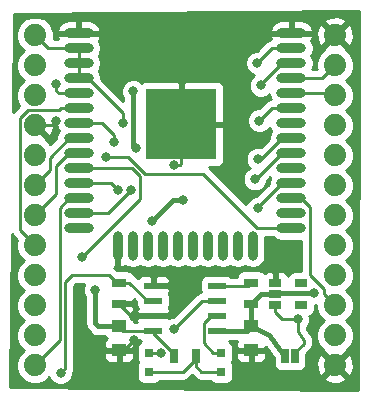
<source format=gbr>
G04 #@! TF.GenerationSoftware,KiCad,Pcbnew,(5.0.2)-1*
G04 #@! TF.CreationDate,2019-10-09T16:14:47+02:00*
G04 #@! TF.ProjectId,esp32-lifepo4,65737033-322d-46c6-9966-65706f342e6b,rev?*
G04 #@! TF.SameCoordinates,Original*
G04 #@! TF.FileFunction,Copper,L1,Top*
G04 #@! TF.FilePolarity,Positive*
%FSLAX46Y46*%
G04 Gerber Fmt 4.6, Leading zero omitted, Abs format (unit mm)*
G04 Created by KiCad (PCBNEW (5.0.2)-1) date 09/10/2019 16:14:47*
%MOMM*%
%LPD*%
G01*
G04 APERTURE LIST*
G04 #@! TA.AperFunction,SMDPad,CuDef*
%ADD10R,1.250000X1.000000*%
G04 #@! TD*
G04 #@! TA.AperFunction,SMDPad,CuDef*
%ADD11R,0.800000X0.800000*%
G04 #@! TD*
G04 #@! TA.AperFunction,ComponentPad*
%ADD12C,1.879600*%
G04 #@! TD*
G04 #@! TA.AperFunction,SMDPad,CuDef*
%ADD13R,0.635000X1.270000*%
G04 #@! TD*
G04 #@! TA.AperFunction,SMDPad,CuDef*
%ADD14R,0.797560X1.198880*%
G04 #@! TD*
G04 #@! TA.AperFunction,SMDPad,CuDef*
%ADD15R,1.198880X0.797560*%
G04 #@! TD*
G04 #@! TA.AperFunction,SMDPad,CuDef*
%ADD16O,2.500000X0.900000*%
G04 #@! TD*
G04 #@! TA.AperFunction,SMDPad,CuDef*
%ADD17O,0.900000X2.500000*%
G04 #@! TD*
G04 #@! TA.AperFunction,SMDPad,CuDef*
%ADD18R,6.000000X6.000000*%
G04 #@! TD*
G04 #@! TA.AperFunction,SMDPad,CuDef*
%ADD19R,1.550000X0.600000*%
G04 #@! TD*
G04 #@! TA.AperFunction,SMDPad,CuDef*
%ADD20R,1.060000X0.650000*%
G04 #@! TD*
G04 #@! TA.AperFunction,ViaPad*
%ADD21C,0.800000*%
G04 #@! TD*
G04 #@! TA.AperFunction,Conductor*
%ADD22C,0.250000*%
G04 #@! TD*
G04 #@! TA.AperFunction,Conductor*
%ADD23C,0.400000*%
G04 #@! TD*
G04 #@! TA.AperFunction,Conductor*
%ADD24C,0.254000*%
G04 #@! TD*
G04 APERTURE END LIST*
D10*
G04 #@! TO.P,C1,1*
G04 #@! TO.N,GND*
X151892000Y-97774000D03*
G04 #@! TO.P,C1,2*
G04 #@! TO.N,VIN*
X151892000Y-95774000D03*
G04 #@! TD*
G04 #@! TO.P,C2,2*
G04 #@! TO.N,BAT+*
X163068000Y-95774000D03*
G04 #@! TO.P,C2,1*
G04 #@! TO.N,GND*
X163068000Y-97774000D03*
G04 #@! TD*
D11*
G04 #@! TO.P,D2,1*
G04 #@! TO.N,Net-(D2-Pad1)*
X160528000Y-98006000D03*
G04 #@! TO.P,D2,2*
G04 #@! TO.N,Net-(D2-Pad2)*
X160528000Y-99606000D03*
G04 #@! TD*
G04 #@! TO.P,D3,2*
G04 #@! TO.N,Net-(D2-Pad2)*
X154432000Y-99606000D03*
G04 #@! TO.P,D3,1*
G04 #@! TO.N,Net-(D3-Pad1)*
X154432000Y-98006000D03*
G04 #@! TD*
D12*
G04 #@! TO.P,J1,1*
G04 #@! TO.N,3V3*
X144780000Y-71120000D03*
G04 #@! TO.P,J1,2*
G04 #@! TO.N,VIN*
X144780000Y-73660000D03*
G04 #@! TO.P,J1,3*
G04 #@! TO.N,BAT+*
X144780000Y-76200000D03*
G04 #@! TO.P,J1,4*
G04 #@! TO.N,GND*
X144780000Y-78740000D03*
G04 #@! TO.P,J1,5*
G04 #@! TO.N,BOOT*
X144780000Y-81280000D03*
G04 #@! TO.P,J1,6*
G04 #@! TO.N,IO32*
X144780000Y-83820000D03*
G04 #@! TO.P,J1,7*
G04 #@! TO.N,IO33*
X144780000Y-86360000D03*
G04 #@! TO.P,J1,8*
G04 #@! TO.N,IO34*
X144780000Y-88900000D03*
G04 #@! TO.P,J1,9*
G04 #@! TO.N,IO35*
X144780000Y-91440000D03*
G04 #@! TO.P,J1,10*
G04 #@! TO.N,IO25*
X144780000Y-93980000D03*
G04 #@! TO.P,J1,11*
G04 #@! TO.N,IO26*
X144780000Y-96520000D03*
G04 #@! TO.P,J1,12*
G04 #@! TO.N,IO27*
X144780000Y-99060000D03*
G04 #@! TD*
G04 #@! TO.P,J2,12*
G04 #@! TO.N,GND*
X170180000Y-71120000D03*
G04 #@! TO.P,J2,11*
G04 #@! TO.N,TX0*
X170180000Y-73660000D03*
G04 #@! TO.P,J2,10*
G04 #@! TO.N,RX0*
X170180000Y-76200000D03*
G04 #@! TO.P,J2,9*
G04 #@! TO.N,IO23*
X170180000Y-78740000D03*
G04 #@! TO.P,J2,8*
G04 #@! TO.N,IO22*
X170180000Y-81280000D03*
G04 #@! TO.P,J2,7*
G04 #@! TO.N,IO21*
X170180000Y-83820000D03*
G04 #@! TO.P,J2,6*
G04 #@! TO.N,IO19*
X170180000Y-86360000D03*
G04 #@! TO.P,J2,5*
G04 #@! TO.N,IO18*
X170180000Y-88900000D03*
G04 #@! TO.P,J2,4*
G04 #@! TO.N,IO17*
X170180000Y-91440000D03*
G04 #@! TO.P,J2,3*
G04 #@! TO.N,IO16*
X170180000Y-93980000D03*
G04 #@! TO.P,J2,2*
G04 #@! TO.N,IO14*
X170180000Y-96520000D03*
G04 #@! TO.P,J2,1*
G04 #@! TO.N,GND*
X170180000Y-99060000D03*
G04 #@! TD*
D13*
G04 #@! TO.P,JP1,1*
G04 #@! TO.N,BAT+*
X165963600Y-98298000D03*
G04 #@! TO.P,JP1,2*
G04 #@! TO.N,3V3*
X166776400Y-98298000D03*
G04 #@! TD*
D14*
G04 #@! TO.P,R1,1*
G04 #@! TO.N,Net-(D2-Pad2)*
X158379160Y-98298000D03*
G04 #@! TO.P,R1,2*
G04 #@! TO.N,VIN*
X156580840Y-98298000D03*
G04 #@! TD*
D15*
G04 #@! TO.P,R2,2*
G04 #@! TO.N,ISET*
X151892000Y-92064840D03*
G04 #@! TO.P,R2,1*
G04 #@! TO.N,GND*
X151892000Y-93863160D03*
G04 #@! TD*
G04 #@! TO.P,R3,1*
G04 #@! TO.N,BAT+*
X163068000Y-93863160D03*
G04 #@! TO.P,R3,2*
G04 #@! TO.N,Net-(R3-Pad2)*
X163068000Y-92064840D03*
G04 #@! TD*
D16*
G04 #@! TO.P,U1,38*
G04 #@! TO.N,GND*
X166480000Y-70950000D03*
G04 #@! TO.P,U1,37*
G04 #@! TO.N,IO23*
X166480000Y-72220000D03*
G04 #@! TO.P,U1,36*
G04 #@! TO.N,IO22*
X166480000Y-73490000D03*
G04 #@! TO.P,U1,35*
G04 #@! TO.N,TX0*
X166480000Y-74760000D03*
G04 #@! TO.P,U1,34*
G04 #@! TO.N,RX0*
X166480000Y-76030000D03*
G04 #@! TO.P,U1,33*
G04 #@! TO.N,IO21*
X166480000Y-77300000D03*
G04 #@! TO.P,U1,32*
G04 #@! TO.N,Net-(U1-Pad32)*
X166480000Y-78570000D03*
G04 #@! TO.P,U1,31*
G04 #@! TO.N,IO19*
X166480000Y-79840000D03*
G04 #@! TO.P,U1,30*
G04 #@! TO.N,IO18*
X166480000Y-81110000D03*
G04 #@! TO.P,U1,29*
G04 #@! TO.N,Net-(U1-Pad29)*
X166480000Y-82380000D03*
G04 #@! TO.P,U1,28*
G04 #@! TO.N,IO17*
X166480000Y-83650000D03*
G04 #@! TO.P,U1,27*
G04 #@! TO.N,IO16*
X166480000Y-84920000D03*
G04 #@! TO.P,U1,26*
G04 #@! TO.N,Net-(U1-Pad26)*
X166480000Y-86190000D03*
G04 #@! TO.P,U1,25*
G04 #@! TO.N,BOOT*
X166480000Y-87460000D03*
D17*
G04 #@! TO.P,U1,24*
G04 #@! TO.N,Net-(U1-Pad24)*
X163195000Y-88950000D03*
G04 #@! TO.P,U1,23*
G04 #@! TO.N,Net-(U1-Pad23)*
X161925000Y-88950000D03*
G04 #@! TO.P,U1,22*
G04 #@! TO.N,Net-(U1-Pad22)*
X160655000Y-88950000D03*
G04 #@! TO.P,U1,21*
G04 #@! TO.N,Net-(U1-Pad21)*
X159385000Y-88950000D03*
G04 #@! TO.P,U1,20*
G04 #@! TO.N,Net-(U1-Pad20)*
X158115000Y-88950000D03*
G04 #@! TO.P,U1,19*
G04 #@! TO.N,Net-(U1-Pad19)*
X156845000Y-88950000D03*
G04 #@! TO.P,U1,18*
G04 #@! TO.N,Net-(U1-Pad18)*
X155575000Y-88950000D03*
G04 #@! TO.P,U1,17*
G04 #@! TO.N,Net-(U1-Pad17)*
X154305000Y-88950000D03*
G04 #@! TO.P,U1,16*
G04 #@! TO.N,Net-(U1-Pad16)*
X153035000Y-88950000D03*
G04 #@! TO.P,U1,15*
G04 #@! TO.N,GND*
X151765000Y-88950000D03*
D16*
G04 #@! TO.P,U1,14*
G04 #@! TO.N,Net-(U1-Pad14)*
X148480000Y-87460000D03*
G04 #@! TO.P,U1,13*
G04 #@! TO.N,IO14*
X148480000Y-86190000D03*
G04 #@! TO.P,U1,12*
G04 #@! TO.N,IO27*
X148480000Y-84920000D03*
G04 #@! TO.P,U1,11*
G04 #@! TO.N,IO26*
X148480000Y-83650000D03*
G04 #@! TO.P,U1,10*
G04 #@! TO.N,IO25*
X148480000Y-82380000D03*
G04 #@! TO.P,U1,9*
G04 #@! TO.N,IO33*
X148480000Y-81110000D03*
G04 #@! TO.P,U1,8*
G04 #@! TO.N,IO32*
X148480000Y-79840000D03*
G04 #@! TO.P,U1,7*
G04 #@! TO.N,IO35*
X148480000Y-78570000D03*
G04 #@! TO.P,U1,6*
G04 #@! TO.N,IO34*
X148480000Y-77300000D03*
G04 #@! TO.P,U1,5*
G04 #@! TO.N,ISET*
X148480000Y-76030000D03*
G04 #@! TO.P,U1,4*
G04 #@! TO.N,3V3*
X148480000Y-74760000D03*
G04 #@! TO.P,U1,3*
X148480000Y-73490000D03*
G04 #@! TO.P,U1,2*
X148480000Y-72220000D03*
G04 #@! TO.P,U1,1*
G04 #@! TO.N,GND*
X148480000Y-70950000D03*
D18*
G04 #@! TO.P,U1,39*
X157180000Y-78650000D03*
G04 #@! TD*
D19*
G04 #@! TO.P,U2,8*
G04 #@! TO.N,Net-(R3-Pad2)*
X160180000Y-92329000D03*
G04 #@! TO.P,U2,7*
G04 #@! TO.N,Net-(D3-Pad1)*
X160180000Y-93599000D03*
G04 #@! TO.P,U2,6*
G04 #@! TO.N,Net-(D2-Pad1)*
X160180000Y-94869000D03*
G04 #@! TO.P,U2,5*
G04 #@! TO.N,BAT+*
X160180000Y-96139000D03*
G04 #@! TO.P,U2,4*
G04 #@! TO.N,VIN*
X154780000Y-96139000D03*
G04 #@! TO.P,U2,3*
G04 #@! TO.N,GND*
X154780000Y-94869000D03*
G04 #@! TO.P,U2,2*
G04 #@! TO.N,ISET*
X154780000Y-93599000D03*
G04 #@! TO.P,U2,1*
G04 #@! TO.N,GND*
X154780000Y-92329000D03*
G04 #@! TD*
D20*
G04 #@! TO.P,U3,5*
G04 #@! TO.N,Net-(U3-Pad5)*
X167300000Y-92080000D03*
G04 #@! TO.P,U3,4*
G04 #@! TO.N,Net-(U3-Pad4)*
X167300000Y-93980000D03*
G04 #@! TO.P,U3,3*
G04 #@! TO.N,3V3*
X165100000Y-93980000D03*
G04 #@! TO.P,U3,2*
G04 #@! TO.N,BAT+*
X165100000Y-93030000D03*
G04 #@! TO.P,U3,1*
G04 #@! TO.N,GND*
X165100000Y-92080000D03*
G04 #@! TD*
D21*
G04 #@! TO.N,GND*
X153162000Y-96964500D03*
X153162000Y-94996000D03*
X146558000Y-78422500D03*
X156527500Y-82146599D03*
G04 #@! TO.N,BAT+*
X168402000Y-92964000D03*
G04 #@! TO.N,VIN*
X153098500Y-75882500D03*
X153352500Y-80645000D03*
X157289500Y-85090000D03*
X154686000Y-86868000D03*
X149860000Y-92710000D03*
G04 #@! TO.N,Net-(D3-Pad1)*
X155448000Y-98044000D03*
X156527500Y-96012000D03*
G04 #@! TO.N,3V3*
X152209500Y-78549500D03*
X167005000Y-95186500D03*
G04 #@! TO.N,BOOT*
X150749000Y-81407000D03*
G04 #@! TO.N,IO35*
X151484500Y-80137000D03*
G04 #@! TO.N,IO25*
X148780500Y-89916000D03*
G04 #@! TO.N,IO26*
X151828500Y-84264500D03*
G04 #@! TO.N,IO23*
X163576000Y-73469500D03*
G04 #@! TO.N,IO22*
X163893500Y-75374500D03*
G04 #@! TO.N,IO21*
X163766500Y-78359000D03*
G04 #@! TO.N,IO19*
X163639500Y-81597500D03*
G04 #@! TO.N,IO18*
X163385500Y-83312000D03*
G04 #@! TO.N,IO17*
X163639500Y-85788500D03*
G04 #@! TO.N,IO14*
X152945000Y-84264500D03*
G04 #@! TO.N,ISET*
X146939000Y-99695000D03*
X146558000Y-75247500D03*
G04 #@! TD*
D22*
G04 #@! TO.N,GND*
X151892000Y-97774000D02*
X152352500Y-97774000D01*
X152352500Y-97774000D02*
X153162000Y-96964500D01*
X153024840Y-94996000D02*
X151892000Y-93863160D01*
X153162000Y-94996000D02*
X153024840Y-94996000D01*
X144780000Y-78740000D02*
X146240500Y-78740000D01*
X146240500Y-78740000D02*
X146558000Y-78422500D01*
X157180000Y-81900000D02*
X157180000Y-78650000D01*
X157180000Y-82059784D02*
X157180000Y-81900000D01*
X157093185Y-82146599D02*
X157180000Y-82059784D01*
X156527500Y-82146599D02*
X157093185Y-82146599D01*
G04 #@! TO.N,VIN*
X154780000Y-96296500D02*
X154780000Y-96139000D01*
X156580840Y-98097340D02*
X154780000Y-96296500D01*
X156580840Y-98298000D02*
X156580840Y-98097340D01*
X152257000Y-96139000D02*
X151892000Y-95774000D01*
X154780000Y-96139000D02*
X152257000Y-96139000D01*
X151892000Y-95774000D02*
X151767000Y-95774000D01*
D23*
G04 #@! TO.N,BAT+*
X162703000Y-96139000D02*
X163068000Y-95774000D01*
X160180000Y-96139000D02*
X162703000Y-96139000D01*
X163068000Y-95774000D02*
X163068000Y-93863160D01*
X163901160Y-93030000D02*
X165100000Y-93030000D01*
X163068000Y-93863160D02*
X163901160Y-93030000D01*
X164592000Y-96520000D02*
X165743390Y-98077790D01*
X163068000Y-95774000D02*
X164592000Y-96520000D01*
X165166000Y-92964000D02*
X165100000Y-93030000D01*
X168402000Y-92964000D02*
X165166000Y-92964000D01*
G04 #@! TO.N,VIN*
X153098500Y-75882500D02*
X153098500Y-80391000D01*
X153098500Y-80391000D02*
X153352500Y-80645000D01*
X157289500Y-85090000D02*
X156464000Y-85090000D01*
X156464000Y-85090000D02*
X154686000Y-86868000D01*
X149860000Y-92710000D02*
X149860000Y-95504000D01*
X150130000Y-95774000D02*
X151892000Y-95774000D01*
X149860000Y-95504000D02*
X150130000Y-95774000D01*
D22*
G04 #@! TO.N,Net-(D2-Pad1)*
X159705000Y-94869000D02*
X160180000Y-94869000D01*
X159079999Y-95494001D02*
X159705000Y-94869000D01*
X159079999Y-97207999D02*
X159079999Y-95494001D01*
X159878000Y-98006000D02*
X159079999Y-97207999D01*
X160528000Y-98006000D02*
X159878000Y-98006000D01*
G04 #@! TO.N,Net-(D2-Pad2)*
X159878000Y-99606000D02*
X160528000Y-99606000D01*
X158837720Y-99606000D02*
X159878000Y-99606000D01*
X158379160Y-99147440D02*
X158837720Y-99606000D01*
X158379160Y-98298000D02*
X158379160Y-99147440D01*
X158379160Y-98498660D02*
X158379160Y-98298000D01*
X157271820Y-99606000D02*
X158379160Y-98498660D01*
X154432000Y-99606000D02*
X157271820Y-99606000D01*
G04 #@! TO.N,Net-(D3-Pad1)*
X154432000Y-98006000D02*
X155410000Y-98006000D01*
X155410000Y-98006000D02*
X155448000Y-98044000D01*
X158940500Y-93599000D02*
X160180000Y-93599000D01*
X156527500Y-96012000D02*
X158940500Y-93599000D01*
G04 #@! TO.N,3V3*
X165305000Y-93980000D02*
X165100000Y-93980000D01*
X145880000Y-72220000D02*
X148480000Y-72220000D01*
X144780000Y-71120000D02*
X145880000Y-72220000D01*
X148480000Y-72220000D02*
X148480000Y-73490000D01*
X148480000Y-73490000D02*
X148480000Y-74760000D01*
X152209500Y-77863471D02*
X152209500Y-78549500D01*
X152209500Y-77689500D02*
X152209500Y-77863471D01*
X148480000Y-74760000D02*
X149280000Y-74760000D01*
X149280000Y-74760000D02*
X152209500Y-77689500D01*
X167005000Y-96202500D02*
X167005000Y-95186500D01*
X167386000Y-96774000D02*
X167005000Y-96202500D01*
X167513000Y-96901000D02*
X167386000Y-96774000D01*
X166776400Y-97980500D02*
X166776400Y-98298000D01*
X167513000Y-97243900D02*
X166776400Y-97980500D01*
X167513000Y-96901000D02*
X167513000Y-97243900D01*
X166439315Y-95186500D02*
X167005000Y-95186500D01*
X165731500Y-95186500D02*
X166439315Y-95186500D01*
X165100000Y-94555000D02*
X165731500Y-95186500D01*
X165100000Y-93980000D02*
X165100000Y-94555000D01*
G04 #@! TO.N,BOOT*
X152655410Y-81407000D02*
X150749000Y-81407000D01*
X154120009Y-82871599D02*
X152655410Y-81407000D01*
X159012628Y-82871599D02*
X154120009Y-82871599D01*
X166480000Y-87460000D02*
X163601029Y-87460000D01*
X163601029Y-87460000D02*
X159012628Y-82871599D01*
G04 #@! TO.N,IO32*
X147680000Y-79840000D02*
X148480000Y-79840000D01*
X146044801Y-81475199D02*
X147680000Y-79840000D01*
X146044801Y-82555199D02*
X146044801Y-81475199D01*
X144780000Y-83820000D02*
X146044801Y-82555199D01*
G04 #@! TO.N,IO33*
X147680000Y-81110000D02*
X148480000Y-81110000D01*
X146558000Y-82232000D02*
X147680000Y-81110000D01*
X146558000Y-84582000D02*
X146558000Y-82232000D01*
X144780000Y-86360000D02*
X146558000Y-84582000D01*
G04 #@! TO.N,IO34*
X146980000Y-77300000D02*
X148480000Y-77300000D01*
X146815199Y-77464801D02*
X146980000Y-77300000D01*
X144183293Y-77464801D02*
X146815199Y-77464801D01*
X143515199Y-78132895D02*
X144183293Y-77464801D01*
X143515199Y-87635199D02*
X143515199Y-78132895D01*
X144780000Y-88900000D02*
X143515199Y-87635199D01*
G04 #@! TO.N,IO35*
X149980000Y-78570000D02*
X148480000Y-78570000D01*
X150483185Y-78570000D02*
X149980000Y-78570000D01*
X151484500Y-79571315D02*
X150483185Y-78570000D01*
X151484500Y-80137000D02*
X151484500Y-79571315D01*
G04 #@! TO.N,IO25*
X148780500Y-89916000D02*
X153670000Y-85026500D01*
X153670000Y-85026500D02*
X153670000Y-83058000D01*
X152992000Y-82380000D02*
X148480000Y-82380000D01*
X153670000Y-83058000D02*
X152992000Y-82380000D01*
G04 #@! TO.N,IO26*
X151214000Y-83650000D02*
X148480000Y-83650000D01*
X151828500Y-84264500D02*
X151214000Y-83650000D01*
G04 #@! TO.N,IO27*
X147680000Y-84920000D02*
X148480000Y-84920000D01*
X146875500Y-85724500D02*
X147680000Y-84920000D01*
X146875500Y-96964500D02*
X146875500Y-85724500D01*
X144780000Y-99060000D02*
X146875500Y-96964500D01*
G04 #@! TO.N,TX0*
X169080000Y-74760000D02*
X170180000Y-73660000D01*
X166480000Y-74760000D02*
X169080000Y-74760000D01*
G04 #@! TO.N,RX0*
X170010000Y-76030000D02*
X170180000Y-76200000D01*
X166480000Y-76030000D02*
X170010000Y-76030000D01*
G04 #@! TO.N,IO23*
X166480000Y-72220000D02*
X164825500Y-72220000D01*
X164825500Y-72220000D02*
X163576000Y-73469500D01*
G04 #@! TO.N,IO22*
X163893500Y-75276500D02*
X163893500Y-75374500D01*
X166480000Y-73490000D02*
X165680000Y-73490000D01*
X165680000Y-73490000D02*
X163893500Y-75276500D01*
G04 #@! TO.N,IO21*
X166480000Y-77300000D02*
X164825500Y-77300000D01*
X164825500Y-77300000D02*
X163766500Y-78359000D01*
G04 #@! TO.N,IO19*
X163922500Y-81597500D02*
X163639500Y-81597500D01*
X166480000Y-79840000D02*
X165680000Y-79840000D01*
X165680000Y-79840000D02*
X163922500Y-81597500D01*
G04 #@! TO.N,IO18*
X163478000Y-83312000D02*
X163385500Y-83312000D01*
X166480000Y-81110000D02*
X165680000Y-81110000D01*
X165680000Y-81110000D02*
X163478000Y-83312000D01*
G04 #@! TO.N,IO17*
X163639500Y-85690500D02*
X163639500Y-85788500D01*
X166480000Y-83650000D02*
X165680000Y-83650000D01*
X165680000Y-83650000D02*
X163639500Y-85690500D01*
G04 #@! TO.N,IO16*
X167280000Y-84920000D02*
X166480000Y-84920000D01*
X168055010Y-85695010D02*
X167280000Y-84920000D01*
X168055010Y-91395008D02*
X168055010Y-85695010D01*
X169240201Y-92580199D02*
X168055010Y-91395008D01*
X169240201Y-93040201D02*
X169240201Y-92580199D01*
X170180000Y-93980000D02*
X169240201Y-93040201D01*
G04 #@! TO.N,IO14*
X148480000Y-86190000D02*
X149167613Y-86190000D01*
X152901502Y-84264500D02*
X152945000Y-84264500D01*
X148480000Y-86190000D02*
X150976002Y-86190000D01*
X150976002Y-86190000D02*
X152901502Y-84264500D01*
G04 #@! TO.N,ISET*
X154305000Y-93599000D02*
X154780000Y-93599000D01*
X152770840Y-92064840D02*
X154305000Y-93599000D01*
X151892000Y-92064840D02*
X152770840Y-92064840D01*
X151691340Y-92064840D02*
X151042560Y-91416060D01*
X151892000Y-92064840D02*
X151691340Y-92064840D01*
X151042560Y-91416060D02*
X147942938Y-91416060D01*
X147942938Y-91416060D02*
X147325510Y-92033488D01*
X147325510Y-92033488D02*
X147325510Y-99308490D01*
X147325510Y-99308490D02*
X146939000Y-99695000D01*
X146980000Y-76030000D02*
X148480000Y-76030000D01*
X146774815Y-76030000D02*
X146980000Y-76030000D01*
X146558000Y-75813185D02*
X146774815Y-76030000D01*
X146558000Y-75247500D02*
X146558000Y-75813185D01*
G04 #@! TO.N,Net-(R3-Pad2)*
X162803840Y-92329000D02*
X163068000Y-92064840D01*
X160180000Y-92329000D02*
X162803840Y-92329000D01*
G04 #@! TD*
D24*
G04 #@! TO.N,GND*
G36*
X172085502Y-101154412D02*
X142685763Y-100902594D01*
X142814979Y-87955207D01*
X142967270Y-88183128D01*
X143030729Y-88225530D01*
X143259898Y-88454700D01*
X143205200Y-88586753D01*
X143205200Y-89213247D01*
X143444949Y-89792052D01*
X143822897Y-90170000D01*
X143444949Y-90547948D01*
X143205200Y-91126753D01*
X143205200Y-91753247D01*
X143444949Y-92332052D01*
X143822897Y-92710000D01*
X143444949Y-93087948D01*
X143205200Y-93666753D01*
X143205200Y-94293247D01*
X143444949Y-94872052D01*
X143822897Y-95250000D01*
X143444949Y-95627948D01*
X143205200Y-96206753D01*
X143205200Y-96833247D01*
X143444949Y-97412052D01*
X143822897Y-97790000D01*
X143444949Y-98167948D01*
X143205200Y-98746753D01*
X143205200Y-99373247D01*
X143444949Y-99952052D01*
X143887948Y-100395051D01*
X144466753Y-100634800D01*
X145093247Y-100634800D01*
X145672052Y-100395051D01*
X145980805Y-100086298D01*
X146061569Y-100281280D01*
X146352720Y-100572431D01*
X146733126Y-100730000D01*
X147144874Y-100730000D01*
X147525280Y-100572431D01*
X147816431Y-100281280D01*
X147974000Y-99900874D01*
X147974000Y-99705919D01*
X148023450Y-99631912D01*
X148041414Y-99605028D01*
X148064468Y-99489126D01*
X148085510Y-99383342D01*
X148085510Y-99383338D01*
X148100398Y-99308490D01*
X148085510Y-99233642D01*
X148085510Y-98059750D01*
X150632000Y-98059750D01*
X150632000Y-98400309D01*
X150728673Y-98633698D01*
X150907301Y-98812327D01*
X151140690Y-98909000D01*
X151606250Y-98909000D01*
X151765000Y-98750250D01*
X151765000Y-97901000D01*
X152019000Y-97901000D01*
X152019000Y-98750250D01*
X152177750Y-98909000D01*
X152643310Y-98909000D01*
X152876699Y-98812327D01*
X153055327Y-98633698D01*
X153152000Y-98400309D01*
X153152000Y-98059750D01*
X152993250Y-97901000D01*
X152019000Y-97901000D01*
X151765000Y-97901000D01*
X150790750Y-97901000D01*
X150632000Y-98059750D01*
X148085510Y-98059750D01*
X148085510Y-92348289D01*
X148257740Y-92176060D01*
X148960889Y-92176060D01*
X148825000Y-92504126D01*
X148825000Y-92915874D01*
X148982569Y-93296280D01*
X149025000Y-93338711D01*
X149025001Y-95421762D01*
X149008643Y-95504000D01*
X149073448Y-95829800D01*
X149081909Y-95842462D01*
X149258000Y-96106001D01*
X149327718Y-96152585D01*
X149481413Y-96306280D01*
X149527999Y-96376001D01*
X149804199Y-96560552D01*
X150047763Y-96609000D01*
X150130000Y-96625358D01*
X150212237Y-96609000D01*
X150727132Y-96609000D01*
X150809191Y-96731809D01*
X150870320Y-96772654D01*
X150728673Y-96914302D01*
X150632000Y-97147691D01*
X150632000Y-97488250D01*
X150790750Y-97647000D01*
X151765000Y-97647000D01*
X151765000Y-97627000D01*
X152019000Y-97627000D01*
X152019000Y-97647000D01*
X152993250Y-97647000D01*
X153152000Y-97488250D01*
X153152000Y-97147691D01*
X153055327Y-96914302D01*
X153040025Y-96899000D01*
X153550470Y-96899000D01*
X153748799Y-97031520D01*
X153574191Y-97148191D01*
X153433843Y-97358235D01*
X153384560Y-97606000D01*
X153384560Y-98406000D01*
X153433843Y-98653765D01*
X153535564Y-98806000D01*
X153433843Y-98958235D01*
X153384560Y-99206000D01*
X153384560Y-100006000D01*
X153433843Y-100253765D01*
X153574191Y-100463809D01*
X153784235Y-100604157D01*
X154032000Y-100653440D01*
X154832000Y-100653440D01*
X155079765Y-100604157D01*
X155289809Y-100463809D01*
X155355163Y-100366000D01*
X157196973Y-100366000D01*
X157271820Y-100380888D01*
X157346667Y-100366000D01*
X157346672Y-100366000D01*
X157568357Y-100321904D01*
X157819749Y-100153929D01*
X157862151Y-100090470D01*
X158054770Y-99897851D01*
X158247389Y-100090470D01*
X158289791Y-100153929D01*
X158422989Y-100242929D01*
X158541182Y-100321904D01*
X158589325Y-100331480D01*
X158762868Y-100366000D01*
X158762872Y-100366000D01*
X158837720Y-100380888D01*
X158912568Y-100366000D01*
X159604837Y-100366000D01*
X159670191Y-100463809D01*
X159880235Y-100604157D01*
X160128000Y-100653440D01*
X160928000Y-100653440D01*
X161175765Y-100604157D01*
X161385809Y-100463809D01*
X161526157Y-100253765D01*
X161543023Y-100168968D01*
X169250637Y-100168968D01*
X169341923Y-100429580D01*
X169929833Y-100646045D01*
X170555828Y-100621049D01*
X171018077Y-100429580D01*
X171109363Y-100168968D01*
X170180000Y-99239605D01*
X169250637Y-100168968D01*
X161543023Y-100168968D01*
X161575440Y-100006000D01*
X161575440Y-99206000D01*
X161526157Y-98958235D01*
X161424436Y-98806000D01*
X161526157Y-98653765D01*
X161575440Y-98406000D01*
X161575440Y-98059750D01*
X161808000Y-98059750D01*
X161808000Y-98400309D01*
X161904673Y-98633698D01*
X162083301Y-98812327D01*
X162316690Y-98909000D01*
X162782250Y-98909000D01*
X162941000Y-98750250D01*
X162941000Y-97901000D01*
X163195000Y-97901000D01*
X163195000Y-98750250D01*
X163353750Y-98909000D01*
X163819310Y-98909000D01*
X164052699Y-98812327D01*
X164231327Y-98633698D01*
X164328000Y-98400309D01*
X164328000Y-98059750D01*
X164169250Y-97901000D01*
X163195000Y-97901000D01*
X162941000Y-97901000D01*
X161966750Y-97901000D01*
X161808000Y-98059750D01*
X161575440Y-98059750D01*
X161575440Y-97606000D01*
X161526157Y-97358235D01*
X161385809Y-97148191D01*
X161211201Y-97031520D01*
X161297285Y-96974000D01*
X161879945Y-96974000D01*
X161808000Y-97147691D01*
X161808000Y-97488250D01*
X161966750Y-97647000D01*
X162941000Y-97647000D01*
X162941000Y-97627000D01*
X163195000Y-97627000D01*
X163195000Y-97647000D01*
X164169250Y-97647000D01*
X164294263Y-97521987D01*
X164998660Y-98475012D01*
X164998660Y-98933000D01*
X165047943Y-99180765D01*
X165188291Y-99390809D01*
X165398335Y-99531157D01*
X165646100Y-99580440D01*
X166281100Y-99580440D01*
X166370000Y-99562757D01*
X166458900Y-99580440D01*
X167093900Y-99580440D01*
X167341665Y-99531157D01*
X167551709Y-99390809D01*
X167692057Y-99180765D01*
X167741340Y-98933000D01*
X167741340Y-98809833D01*
X168593955Y-98809833D01*
X168618951Y-99435828D01*
X168810420Y-99898077D01*
X169071032Y-99989363D01*
X170000395Y-99060000D01*
X170359605Y-99060000D01*
X171288968Y-99989363D01*
X171549580Y-99898077D01*
X171766045Y-99310167D01*
X171741049Y-98684172D01*
X171549580Y-98221923D01*
X171288968Y-98130637D01*
X170359605Y-99060000D01*
X170000395Y-99060000D01*
X169071032Y-98130637D01*
X168810420Y-98221923D01*
X168593955Y-98809833D01*
X167741340Y-98809833D01*
X167741340Y-98090362D01*
X167997473Y-97834229D01*
X168060929Y-97791829D01*
X168115965Y-97709462D01*
X168228904Y-97540438D01*
X168250360Y-97432571D01*
X168273000Y-97318751D01*
X168273000Y-97318748D01*
X168287888Y-97243900D01*
X168273000Y-97169052D01*
X168273000Y-96975846D01*
X168287888Y-96900999D01*
X168273000Y-96826152D01*
X168273000Y-96826148D01*
X168228904Y-96604463D01*
X168060929Y-96353071D01*
X167997470Y-96310669D01*
X167976615Y-96289814D01*
X167765000Y-95972392D01*
X167765000Y-95890211D01*
X167882431Y-95772780D01*
X168040000Y-95392374D01*
X168040000Y-94980626D01*
X168013229Y-94915994D01*
X168077765Y-94903157D01*
X168287809Y-94762809D01*
X168428157Y-94552765D01*
X168477440Y-94305000D01*
X168477440Y-93999000D01*
X168605200Y-93999000D01*
X168605200Y-94293247D01*
X168844949Y-94872052D01*
X169222897Y-95250000D01*
X168844949Y-95627948D01*
X168605200Y-96206753D01*
X168605200Y-96833247D01*
X168844949Y-97412052D01*
X169285214Y-97852317D01*
X169250637Y-97951032D01*
X170180000Y-98880395D01*
X171109363Y-97951032D01*
X171074786Y-97852317D01*
X171515051Y-97412052D01*
X171754800Y-96833247D01*
X171754800Y-96206753D01*
X171515051Y-95627948D01*
X171137103Y-95250000D01*
X171515051Y-94872052D01*
X171754800Y-94293247D01*
X171754800Y-93666753D01*
X171515051Y-93087948D01*
X171137103Y-92710000D01*
X171515051Y-92332052D01*
X171754800Y-91753247D01*
X171754800Y-91126753D01*
X171515051Y-90547948D01*
X171137103Y-90170000D01*
X171515051Y-89792052D01*
X171754800Y-89213247D01*
X171754800Y-88586753D01*
X171515051Y-88007948D01*
X171137103Y-87630000D01*
X171515051Y-87252052D01*
X171754800Y-86673247D01*
X171754800Y-86046753D01*
X171515051Y-85467948D01*
X171137103Y-85090000D01*
X171515051Y-84712052D01*
X171754800Y-84133247D01*
X171754800Y-83506753D01*
X171515051Y-82927948D01*
X171137103Y-82550000D01*
X171515051Y-82172052D01*
X171754800Y-81593247D01*
X171754800Y-80966753D01*
X171515051Y-80387948D01*
X171137103Y-80010000D01*
X171515051Y-79632052D01*
X171754800Y-79053247D01*
X171754800Y-78426753D01*
X171515051Y-77847948D01*
X171137103Y-77470000D01*
X171515051Y-77092052D01*
X171754800Y-76513247D01*
X171754800Y-75886753D01*
X171515051Y-75307948D01*
X171137103Y-74930000D01*
X171515051Y-74552052D01*
X171754800Y-73973247D01*
X171754800Y-73346753D01*
X171515051Y-72767948D01*
X171074786Y-72327683D01*
X171109363Y-72228968D01*
X170180000Y-71299605D01*
X169250637Y-72228968D01*
X169285214Y-72327683D01*
X168844949Y-72767948D01*
X168605200Y-73346753D01*
X168605200Y-73973247D01*
X168616281Y-74000000D01*
X168244147Y-74000000D01*
X168302047Y-73913346D01*
X168386256Y-73490000D01*
X168302047Y-73066654D01*
X168160624Y-72855000D01*
X168302047Y-72643346D01*
X168386256Y-72220000D01*
X168302047Y-71796654D01*
X168158959Y-71582507D01*
X168324408Y-71244001D01*
X168197502Y-71077000D01*
X166607000Y-71077000D01*
X166607000Y-71097000D01*
X166353000Y-71097000D01*
X166353000Y-71077000D01*
X164762498Y-71077000D01*
X164635592Y-71244001D01*
X164742005Y-71461719D01*
X164577105Y-71494520D01*
X164528962Y-71504096D01*
X164378740Y-71604472D01*
X164277571Y-71672071D01*
X164235171Y-71735527D01*
X163536199Y-72434500D01*
X163370126Y-72434500D01*
X162989720Y-72592069D01*
X162698569Y-72883220D01*
X162541000Y-73263626D01*
X162541000Y-73675374D01*
X162698569Y-74055780D01*
X162989720Y-74346931D01*
X163329703Y-74487756D01*
X163307220Y-74497069D01*
X163016069Y-74788220D01*
X162858500Y-75168626D01*
X162858500Y-75580374D01*
X163016069Y-75960780D01*
X163307220Y-76251931D01*
X163687626Y-76409500D01*
X164099374Y-76409500D01*
X164479780Y-76251931D01*
X164594975Y-76136736D01*
X164657953Y-76453346D01*
X164719935Y-76546109D01*
X164528963Y-76584096D01*
X164277571Y-76752071D01*
X164235171Y-76815527D01*
X163726699Y-77324000D01*
X163560626Y-77324000D01*
X163180220Y-77481569D01*
X162889069Y-77772720D01*
X162731500Y-78153126D01*
X162731500Y-78564874D01*
X162889069Y-78945280D01*
X163180220Y-79236431D01*
X163560626Y-79394000D01*
X163972374Y-79394000D01*
X164352780Y-79236431D01*
X164643931Y-78945280D01*
X164646945Y-78938004D01*
X164657953Y-78993346D01*
X164799376Y-79205000D01*
X164657953Y-79416654D01*
X164573744Y-79840000D01*
X164578963Y-79866235D01*
X163871766Y-80573432D01*
X163845374Y-80562500D01*
X163433626Y-80562500D01*
X163053220Y-80720069D01*
X162762069Y-81011220D01*
X162604500Y-81391626D01*
X162604500Y-81803374D01*
X162762069Y-82183780D01*
X162950285Y-82371996D01*
X162799220Y-82434569D01*
X162508069Y-82725720D01*
X162350500Y-83106126D01*
X162350500Y-83517874D01*
X162508069Y-83898280D01*
X162799220Y-84189431D01*
X163179626Y-84347000D01*
X163591374Y-84347000D01*
X163971780Y-84189431D01*
X164262931Y-83898280D01*
X164420500Y-83517874D01*
X164420500Y-83444301D01*
X164697835Y-83166966D01*
X164657953Y-83226654D01*
X164573744Y-83650000D01*
X164578963Y-83676236D01*
X163501699Y-84753500D01*
X163433626Y-84753500D01*
X163053220Y-84911069D01*
X162762069Y-85202220D01*
X162661309Y-85445478D01*
X159602959Y-82387129D01*
X159560557Y-82323670D01*
X159502683Y-82285000D01*
X160306309Y-82285000D01*
X160539698Y-82188327D01*
X160718327Y-82009699D01*
X160815000Y-81776310D01*
X160815000Y-78935750D01*
X160656250Y-78777000D01*
X157307000Y-78777000D01*
X157307000Y-78797000D01*
X157053000Y-78797000D01*
X157053000Y-78777000D01*
X157033000Y-78777000D01*
X157033000Y-78523000D01*
X157053000Y-78523000D01*
X157053000Y-75173750D01*
X157307000Y-75173750D01*
X157307000Y-78523000D01*
X160656250Y-78523000D01*
X160815000Y-78364250D01*
X160815000Y-75523690D01*
X160718327Y-75290301D01*
X160539698Y-75111673D01*
X160306309Y-75015000D01*
X157465750Y-75015000D01*
X157307000Y-75173750D01*
X157053000Y-75173750D01*
X156894250Y-75015000D01*
X154053691Y-75015000D01*
X153820302Y-75111673D01*
X153805843Y-75126132D01*
X153684780Y-75005069D01*
X153304374Y-74847500D01*
X152892626Y-74847500D01*
X152512220Y-75005069D01*
X152221069Y-75296220D01*
X152063500Y-75676626D01*
X152063500Y-76088374D01*
X152221069Y-76468780D01*
X152263500Y-76511211D01*
X152263500Y-76668698D01*
X150381037Y-74786236D01*
X150386256Y-74760000D01*
X150302047Y-74336654D01*
X150160624Y-74125000D01*
X150302047Y-73913346D01*
X150386256Y-73490000D01*
X150302047Y-73066654D01*
X150160624Y-72855000D01*
X150302047Y-72643346D01*
X150386256Y-72220000D01*
X150302047Y-71796654D01*
X150158959Y-71582507D01*
X150324408Y-71244001D01*
X150197502Y-71077000D01*
X148607000Y-71077000D01*
X148607000Y-71097000D01*
X148353000Y-71097000D01*
X148353000Y-71077000D01*
X146762498Y-71077000D01*
X146635592Y-71244001D01*
X146741164Y-71460000D01*
X146343719Y-71460000D01*
X146354800Y-71433247D01*
X146354800Y-70869833D01*
X168593955Y-70869833D01*
X168618951Y-71495828D01*
X168810420Y-71958077D01*
X169071032Y-72049363D01*
X170000395Y-71120000D01*
X170359605Y-71120000D01*
X171288968Y-72049363D01*
X171549580Y-71958077D01*
X171766045Y-71370167D01*
X171741049Y-70744172D01*
X171549580Y-70281923D01*
X171288968Y-70190637D01*
X170359605Y-71120000D01*
X170000395Y-71120000D01*
X169071032Y-70190637D01*
X168810420Y-70281923D01*
X168593955Y-70869833D01*
X146354800Y-70869833D01*
X146354800Y-70806753D01*
X146292356Y-70655999D01*
X146635592Y-70655999D01*
X146762498Y-70823000D01*
X148353000Y-70823000D01*
X148353000Y-69865000D01*
X148607000Y-69865000D01*
X148607000Y-70823000D01*
X150197502Y-70823000D01*
X150324408Y-70655999D01*
X164635592Y-70655999D01*
X164762498Y-70823000D01*
X166353000Y-70823000D01*
X166353000Y-69865000D01*
X166607000Y-69865000D01*
X166607000Y-70823000D01*
X168197502Y-70823000D01*
X168324408Y-70655999D01*
X168137013Y-70272592D01*
X167829965Y-70011032D01*
X169250637Y-70011032D01*
X170180000Y-70940395D01*
X171109363Y-70011032D01*
X171018077Y-69750420D01*
X170430167Y-69533955D01*
X169804172Y-69558951D01*
X169341923Y-69750420D01*
X169250637Y-70011032D01*
X167829965Y-70011032D01*
X167812544Y-69996192D01*
X167407000Y-69865000D01*
X166607000Y-69865000D01*
X166353000Y-69865000D01*
X165553000Y-69865000D01*
X165147456Y-69996192D01*
X164822987Y-70272592D01*
X164635592Y-70655999D01*
X150324408Y-70655999D01*
X150137013Y-70272592D01*
X149812544Y-69996192D01*
X149407000Y-69865000D01*
X148607000Y-69865000D01*
X148353000Y-69865000D01*
X147553000Y-69865000D01*
X147147456Y-69996192D01*
X146822987Y-70272592D01*
X146635592Y-70655999D01*
X146292356Y-70655999D01*
X146115051Y-70227948D01*
X145672052Y-69784949D01*
X145093247Y-69545200D01*
X144466753Y-69545200D01*
X143887948Y-69784949D01*
X143444949Y-70227948D01*
X143205200Y-70806753D01*
X143205200Y-71433247D01*
X143444949Y-72012052D01*
X143822897Y-72390000D01*
X143444949Y-72767948D01*
X143205200Y-73346753D01*
X143205200Y-73973247D01*
X143444949Y-74552052D01*
X143822897Y-74930000D01*
X143444949Y-75307948D01*
X143205200Y-75886753D01*
X143205200Y-76513247D01*
X143444949Y-77092052D01*
X143463095Y-77110198D01*
X143030727Y-77542566D01*
X142967271Y-77584966D01*
X142924871Y-77648422D01*
X142924870Y-77648423D01*
X142917734Y-77659103D01*
X143000750Y-69340920D01*
X172211496Y-69089104D01*
X172085502Y-101154412D01*
X172085502Y-101154412D01*
G37*
X172085502Y-101154412D02*
X142685763Y-100902594D01*
X142814979Y-87955207D01*
X142967270Y-88183128D01*
X143030729Y-88225530D01*
X143259898Y-88454700D01*
X143205200Y-88586753D01*
X143205200Y-89213247D01*
X143444949Y-89792052D01*
X143822897Y-90170000D01*
X143444949Y-90547948D01*
X143205200Y-91126753D01*
X143205200Y-91753247D01*
X143444949Y-92332052D01*
X143822897Y-92710000D01*
X143444949Y-93087948D01*
X143205200Y-93666753D01*
X143205200Y-94293247D01*
X143444949Y-94872052D01*
X143822897Y-95250000D01*
X143444949Y-95627948D01*
X143205200Y-96206753D01*
X143205200Y-96833247D01*
X143444949Y-97412052D01*
X143822897Y-97790000D01*
X143444949Y-98167948D01*
X143205200Y-98746753D01*
X143205200Y-99373247D01*
X143444949Y-99952052D01*
X143887948Y-100395051D01*
X144466753Y-100634800D01*
X145093247Y-100634800D01*
X145672052Y-100395051D01*
X145980805Y-100086298D01*
X146061569Y-100281280D01*
X146352720Y-100572431D01*
X146733126Y-100730000D01*
X147144874Y-100730000D01*
X147525280Y-100572431D01*
X147816431Y-100281280D01*
X147974000Y-99900874D01*
X147974000Y-99705919D01*
X148023450Y-99631912D01*
X148041414Y-99605028D01*
X148064468Y-99489126D01*
X148085510Y-99383342D01*
X148085510Y-99383338D01*
X148100398Y-99308490D01*
X148085510Y-99233642D01*
X148085510Y-98059750D01*
X150632000Y-98059750D01*
X150632000Y-98400309D01*
X150728673Y-98633698D01*
X150907301Y-98812327D01*
X151140690Y-98909000D01*
X151606250Y-98909000D01*
X151765000Y-98750250D01*
X151765000Y-97901000D01*
X152019000Y-97901000D01*
X152019000Y-98750250D01*
X152177750Y-98909000D01*
X152643310Y-98909000D01*
X152876699Y-98812327D01*
X153055327Y-98633698D01*
X153152000Y-98400309D01*
X153152000Y-98059750D01*
X152993250Y-97901000D01*
X152019000Y-97901000D01*
X151765000Y-97901000D01*
X150790750Y-97901000D01*
X150632000Y-98059750D01*
X148085510Y-98059750D01*
X148085510Y-92348289D01*
X148257740Y-92176060D01*
X148960889Y-92176060D01*
X148825000Y-92504126D01*
X148825000Y-92915874D01*
X148982569Y-93296280D01*
X149025000Y-93338711D01*
X149025001Y-95421762D01*
X149008643Y-95504000D01*
X149073448Y-95829800D01*
X149081909Y-95842462D01*
X149258000Y-96106001D01*
X149327718Y-96152585D01*
X149481413Y-96306280D01*
X149527999Y-96376001D01*
X149804199Y-96560552D01*
X150047763Y-96609000D01*
X150130000Y-96625358D01*
X150212237Y-96609000D01*
X150727132Y-96609000D01*
X150809191Y-96731809D01*
X150870320Y-96772654D01*
X150728673Y-96914302D01*
X150632000Y-97147691D01*
X150632000Y-97488250D01*
X150790750Y-97647000D01*
X151765000Y-97647000D01*
X151765000Y-97627000D01*
X152019000Y-97627000D01*
X152019000Y-97647000D01*
X152993250Y-97647000D01*
X153152000Y-97488250D01*
X153152000Y-97147691D01*
X153055327Y-96914302D01*
X153040025Y-96899000D01*
X153550470Y-96899000D01*
X153748799Y-97031520D01*
X153574191Y-97148191D01*
X153433843Y-97358235D01*
X153384560Y-97606000D01*
X153384560Y-98406000D01*
X153433843Y-98653765D01*
X153535564Y-98806000D01*
X153433843Y-98958235D01*
X153384560Y-99206000D01*
X153384560Y-100006000D01*
X153433843Y-100253765D01*
X153574191Y-100463809D01*
X153784235Y-100604157D01*
X154032000Y-100653440D01*
X154832000Y-100653440D01*
X155079765Y-100604157D01*
X155289809Y-100463809D01*
X155355163Y-100366000D01*
X157196973Y-100366000D01*
X157271820Y-100380888D01*
X157346667Y-100366000D01*
X157346672Y-100366000D01*
X157568357Y-100321904D01*
X157819749Y-100153929D01*
X157862151Y-100090470D01*
X158054770Y-99897851D01*
X158247389Y-100090470D01*
X158289791Y-100153929D01*
X158422989Y-100242929D01*
X158541182Y-100321904D01*
X158589325Y-100331480D01*
X158762868Y-100366000D01*
X158762872Y-100366000D01*
X158837720Y-100380888D01*
X158912568Y-100366000D01*
X159604837Y-100366000D01*
X159670191Y-100463809D01*
X159880235Y-100604157D01*
X160128000Y-100653440D01*
X160928000Y-100653440D01*
X161175765Y-100604157D01*
X161385809Y-100463809D01*
X161526157Y-100253765D01*
X161543023Y-100168968D01*
X169250637Y-100168968D01*
X169341923Y-100429580D01*
X169929833Y-100646045D01*
X170555828Y-100621049D01*
X171018077Y-100429580D01*
X171109363Y-100168968D01*
X170180000Y-99239605D01*
X169250637Y-100168968D01*
X161543023Y-100168968D01*
X161575440Y-100006000D01*
X161575440Y-99206000D01*
X161526157Y-98958235D01*
X161424436Y-98806000D01*
X161526157Y-98653765D01*
X161575440Y-98406000D01*
X161575440Y-98059750D01*
X161808000Y-98059750D01*
X161808000Y-98400309D01*
X161904673Y-98633698D01*
X162083301Y-98812327D01*
X162316690Y-98909000D01*
X162782250Y-98909000D01*
X162941000Y-98750250D01*
X162941000Y-97901000D01*
X163195000Y-97901000D01*
X163195000Y-98750250D01*
X163353750Y-98909000D01*
X163819310Y-98909000D01*
X164052699Y-98812327D01*
X164231327Y-98633698D01*
X164328000Y-98400309D01*
X164328000Y-98059750D01*
X164169250Y-97901000D01*
X163195000Y-97901000D01*
X162941000Y-97901000D01*
X161966750Y-97901000D01*
X161808000Y-98059750D01*
X161575440Y-98059750D01*
X161575440Y-97606000D01*
X161526157Y-97358235D01*
X161385809Y-97148191D01*
X161211201Y-97031520D01*
X161297285Y-96974000D01*
X161879945Y-96974000D01*
X161808000Y-97147691D01*
X161808000Y-97488250D01*
X161966750Y-97647000D01*
X162941000Y-97647000D01*
X162941000Y-97627000D01*
X163195000Y-97627000D01*
X163195000Y-97647000D01*
X164169250Y-97647000D01*
X164294263Y-97521987D01*
X164998660Y-98475012D01*
X164998660Y-98933000D01*
X165047943Y-99180765D01*
X165188291Y-99390809D01*
X165398335Y-99531157D01*
X165646100Y-99580440D01*
X166281100Y-99580440D01*
X166370000Y-99562757D01*
X166458900Y-99580440D01*
X167093900Y-99580440D01*
X167341665Y-99531157D01*
X167551709Y-99390809D01*
X167692057Y-99180765D01*
X167741340Y-98933000D01*
X167741340Y-98809833D01*
X168593955Y-98809833D01*
X168618951Y-99435828D01*
X168810420Y-99898077D01*
X169071032Y-99989363D01*
X170000395Y-99060000D01*
X170359605Y-99060000D01*
X171288968Y-99989363D01*
X171549580Y-99898077D01*
X171766045Y-99310167D01*
X171741049Y-98684172D01*
X171549580Y-98221923D01*
X171288968Y-98130637D01*
X170359605Y-99060000D01*
X170000395Y-99060000D01*
X169071032Y-98130637D01*
X168810420Y-98221923D01*
X168593955Y-98809833D01*
X167741340Y-98809833D01*
X167741340Y-98090362D01*
X167997473Y-97834229D01*
X168060929Y-97791829D01*
X168115965Y-97709462D01*
X168228904Y-97540438D01*
X168250360Y-97432571D01*
X168273000Y-97318751D01*
X168273000Y-97318748D01*
X168287888Y-97243900D01*
X168273000Y-97169052D01*
X168273000Y-96975846D01*
X168287888Y-96900999D01*
X168273000Y-96826152D01*
X168273000Y-96826148D01*
X168228904Y-96604463D01*
X168060929Y-96353071D01*
X167997470Y-96310669D01*
X167976615Y-96289814D01*
X167765000Y-95972392D01*
X167765000Y-95890211D01*
X167882431Y-95772780D01*
X168040000Y-95392374D01*
X168040000Y-94980626D01*
X168013229Y-94915994D01*
X168077765Y-94903157D01*
X168287809Y-94762809D01*
X168428157Y-94552765D01*
X168477440Y-94305000D01*
X168477440Y-93999000D01*
X168605200Y-93999000D01*
X168605200Y-94293247D01*
X168844949Y-94872052D01*
X169222897Y-95250000D01*
X168844949Y-95627948D01*
X168605200Y-96206753D01*
X168605200Y-96833247D01*
X168844949Y-97412052D01*
X169285214Y-97852317D01*
X169250637Y-97951032D01*
X170180000Y-98880395D01*
X171109363Y-97951032D01*
X171074786Y-97852317D01*
X171515051Y-97412052D01*
X171754800Y-96833247D01*
X171754800Y-96206753D01*
X171515051Y-95627948D01*
X171137103Y-95250000D01*
X171515051Y-94872052D01*
X171754800Y-94293247D01*
X171754800Y-93666753D01*
X171515051Y-93087948D01*
X171137103Y-92710000D01*
X171515051Y-92332052D01*
X171754800Y-91753247D01*
X171754800Y-91126753D01*
X171515051Y-90547948D01*
X171137103Y-90170000D01*
X171515051Y-89792052D01*
X171754800Y-89213247D01*
X171754800Y-88586753D01*
X171515051Y-88007948D01*
X171137103Y-87630000D01*
X171515051Y-87252052D01*
X171754800Y-86673247D01*
X171754800Y-86046753D01*
X171515051Y-85467948D01*
X171137103Y-85090000D01*
X171515051Y-84712052D01*
X171754800Y-84133247D01*
X171754800Y-83506753D01*
X171515051Y-82927948D01*
X171137103Y-82550000D01*
X171515051Y-82172052D01*
X171754800Y-81593247D01*
X171754800Y-80966753D01*
X171515051Y-80387948D01*
X171137103Y-80010000D01*
X171515051Y-79632052D01*
X171754800Y-79053247D01*
X171754800Y-78426753D01*
X171515051Y-77847948D01*
X171137103Y-77470000D01*
X171515051Y-77092052D01*
X171754800Y-76513247D01*
X171754800Y-75886753D01*
X171515051Y-75307948D01*
X171137103Y-74930000D01*
X171515051Y-74552052D01*
X171754800Y-73973247D01*
X171754800Y-73346753D01*
X171515051Y-72767948D01*
X171074786Y-72327683D01*
X171109363Y-72228968D01*
X170180000Y-71299605D01*
X169250637Y-72228968D01*
X169285214Y-72327683D01*
X168844949Y-72767948D01*
X168605200Y-73346753D01*
X168605200Y-73973247D01*
X168616281Y-74000000D01*
X168244147Y-74000000D01*
X168302047Y-73913346D01*
X168386256Y-73490000D01*
X168302047Y-73066654D01*
X168160624Y-72855000D01*
X168302047Y-72643346D01*
X168386256Y-72220000D01*
X168302047Y-71796654D01*
X168158959Y-71582507D01*
X168324408Y-71244001D01*
X168197502Y-71077000D01*
X166607000Y-71077000D01*
X166607000Y-71097000D01*
X166353000Y-71097000D01*
X166353000Y-71077000D01*
X164762498Y-71077000D01*
X164635592Y-71244001D01*
X164742005Y-71461719D01*
X164577105Y-71494520D01*
X164528962Y-71504096D01*
X164378740Y-71604472D01*
X164277571Y-71672071D01*
X164235171Y-71735527D01*
X163536199Y-72434500D01*
X163370126Y-72434500D01*
X162989720Y-72592069D01*
X162698569Y-72883220D01*
X162541000Y-73263626D01*
X162541000Y-73675374D01*
X162698569Y-74055780D01*
X162989720Y-74346931D01*
X163329703Y-74487756D01*
X163307220Y-74497069D01*
X163016069Y-74788220D01*
X162858500Y-75168626D01*
X162858500Y-75580374D01*
X163016069Y-75960780D01*
X163307220Y-76251931D01*
X163687626Y-76409500D01*
X164099374Y-76409500D01*
X164479780Y-76251931D01*
X164594975Y-76136736D01*
X164657953Y-76453346D01*
X164719935Y-76546109D01*
X164528963Y-76584096D01*
X164277571Y-76752071D01*
X164235171Y-76815527D01*
X163726699Y-77324000D01*
X163560626Y-77324000D01*
X163180220Y-77481569D01*
X162889069Y-77772720D01*
X162731500Y-78153126D01*
X162731500Y-78564874D01*
X162889069Y-78945280D01*
X163180220Y-79236431D01*
X163560626Y-79394000D01*
X163972374Y-79394000D01*
X164352780Y-79236431D01*
X164643931Y-78945280D01*
X164646945Y-78938004D01*
X164657953Y-78993346D01*
X164799376Y-79205000D01*
X164657953Y-79416654D01*
X164573744Y-79840000D01*
X164578963Y-79866235D01*
X163871766Y-80573432D01*
X163845374Y-80562500D01*
X163433626Y-80562500D01*
X163053220Y-80720069D01*
X162762069Y-81011220D01*
X162604500Y-81391626D01*
X162604500Y-81803374D01*
X162762069Y-82183780D01*
X162950285Y-82371996D01*
X162799220Y-82434569D01*
X162508069Y-82725720D01*
X162350500Y-83106126D01*
X162350500Y-83517874D01*
X162508069Y-83898280D01*
X162799220Y-84189431D01*
X163179626Y-84347000D01*
X163591374Y-84347000D01*
X163971780Y-84189431D01*
X164262931Y-83898280D01*
X164420500Y-83517874D01*
X164420500Y-83444301D01*
X164697835Y-83166966D01*
X164657953Y-83226654D01*
X164573744Y-83650000D01*
X164578963Y-83676236D01*
X163501699Y-84753500D01*
X163433626Y-84753500D01*
X163053220Y-84911069D01*
X162762069Y-85202220D01*
X162661309Y-85445478D01*
X159602959Y-82387129D01*
X159560557Y-82323670D01*
X159502683Y-82285000D01*
X160306309Y-82285000D01*
X160539698Y-82188327D01*
X160718327Y-82009699D01*
X160815000Y-81776310D01*
X160815000Y-78935750D01*
X160656250Y-78777000D01*
X157307000Y-78777000D01*
X157307000Y-78797000D01*
X157053000Y-78797000D01*
X157053000Y-78777000D01*
X157033000Y-78777000D01*
X157033000Y-78523000D01*
X157053000Y-78523000D01*
X157053000Y-75173750D01*
X157307000Y-75173750D01*
X157307000Y-78523000D01*
X160656250Y-78523000D01*
X160815000Y-78364250D01*
X160815000Y-75523690D01*
X160718327Y-75290301D01*
X160539698Y-75111673D01*
X160306309Y-75015000D01*
X157465750Y-75015000D01*
X157307000Y-75173750D01*
X157053000Y-75173750D01*
X156894250Y-75015000D01*
X154053691Y-75015000D01*
X153820302Y-75111673D01*
X153805843Y-75126132D01*
X153684780Y-75005069D01*
X153304374Y-74847500D01*
X152892626Y-74847500D01*
X152512220Y-75005069D01*
X152221069Y-75296220D01*
X152063500Y-75676626D01*
X152063500Y-76088374D01*
X152221069Y-76468780D01*
X152263500Y-76511211D01*
X152263500Y-76668698D01*
X150381037Y-74786236D01*
X150386256Y-74760000D01*
X150302047Y-74336654D01*
X150160624Y-74125000D01*
X150302047Y-73913346D01*
X150386256Y-73490000D01*
X150302047Y-73066654D01*
X150160624Y-72855000D01*
X150302047Y-72643346D01*
X150386256Y-72220000D01*
X150302047Y-71796654D01*
X150158959Y-71582507D01*
X150324408Y-71244001D01*
X150197502Y-71077000D01*
X148607000Y-71077000D01*
X148607000Y-71097000D01*
X148353000Y-71097000D01*
X148353000Y-71077000D01*
X146762498Y-71077000D01*
X146635592Y-71244001D01*
X146741164Y-71460000D01*
X146343719Y-71460000D01*
X146354800Y-71433247D01*
X146354800Y-70869833D01*
X168593955Y-70869833D01*
X168618951Y-71495828D01*
X168810420Y-71958077D01*
X169071032Y-72049363D01*
X170000395Y-71120000D01*
X170359605Y-71120000D01*
X171288968Y-72049363D01*
X171549580Y-71958077D01*
X171766045Y-71370167D01*
X171741049Y-70744172D01*
X171549580Y-70281923D01*
X171288968Y-70190637D01*
X170359605Y-71120000D01*
X170000395Y-71120000D01*
X169071032Y-70190637D01*
X168810420Y-70281923D01*
X168593955Y-70869833D01*
X146354800Y-70869833D01*
X146354800Y-70806753D01*
X146292356Y-70655999D01*
X146635592Y-70655999D01*
X146762498Y-70823000D01*
X148353000Y-70823000D01*
X148353000Y-69865000D01*
X148607000Y-69865000D01*
X148607000Y-70823000D01*
X150197502Y-70823000D01*
X150324408Y-70655999D01*
X164635592Y-70655999D01*
X164762498Y-70823000D01*
X166353000Y-70823000D01*
X166353000Y-69865000D01*
X166607000Y-69865000D01*
X166607000Y-70823000D01*
X168197502Y-70823000D01*
X168324408Y-70655999D01*
X168137013Y-70272592D01*
X167829965Y-70011032D01*
X169250637Y-70011032D01*
X170180000Y-70940395D01*
X171109363Y-70011032D01*
X171018077Y-69750420D01*
X170430167Y-69533955D01*
X169804172Y-69558951D01*
X169341923Y-69750420D01*
X169250637Y-70011032D01*
X167829965Y-70011032D01*
X167812544Y-69996192D01*
X167407000Y-69865000D01*
X166607000Y-69865000D01*
X166353000Y-69865000D01*
X165553000Y-69865000D01*
X165147456Y-69996192D01*
X164822987Y-70272592D01*
X164635592Y-70655999D01*
X150324408Y-70655999D01*
X150137013Y-70272592D01*
X149812544Y-69996192D01*
X149407000Y-69865000D01*
X148607000Y-69865000D01*
X148353000Y-69865000D01*
X147553000Y-69865000D01*
X147147456Y-69996192D01*
X146822987Y-70272592D01*
X146635592Y-70655999D01*
X146292356Y-70655999D01*
X146115051Y-70227948D01*
X145672052Y-69784949D01*
X145093247Y-69545200D01*
X144466753Y-69545200D01*
X143887948Y-69784949D01*
X143444949Y-70227948D01*
X143205200Y-70806753D01*
X143205200Y-71433247D01*
X143444949Y-72012052D01*
X143822897Y-72390000D01*
X143444949Y-72767948D01*
X143205200Y-73346753D01*
X143205200Y-73973247D01*
X143444949Y-74552052D01*
X143822897Y-74930000D01*
X143444949Y-75307948D01*
X143205200Y-75886753D01*
X143205200Y-76513247D01*
X143444949Y-77092052D01*
X143463095Y-77110198D01*
X143030727Y-77542566D01*
X142967271Y-77584966D01*
X142924871Y-77648422D01*
X142924870Y-77648423D01*
X142917734Y-77659103D01*
X143000750Y-69340920D01*
X172211496Y-69089104D01*
X172085502Y-101154412D01*
G36*
X164897759Y-88242241D02*
X165256654Y-88482047D01*
X165573139Y-88545000D01*
X167295011Y-88545000D01*
X167295010Y-91107560D01*
X166770000Y-91107560D01*
X166522235Y-91156843D01*
X166312191Y-91297191D01*
X166198294Y-91467648D01*
X166168327Y-91395301D01*
X165989698Y-91216673D01*
X165756309Y-91120000D01*
X165385750Y-91120000D01*
X165227000Y-91278750D01*
X165227000Y-91953000D01*
X165247000Y-91953000D01*
X165247000Y-92057560D01*
X164953000Y-92057560D01*
X164953000Y-91953000D01*
X164973000Y-91953000D01*
X164973000Y-91278750D01*
X164814250Y-91120000D01*
X164443691Y-91120000D01*
X164210302Y-91216673D01*
X164162690Y-91264285D01*
X164125249Y-91208251D01*
X163915205Y-91067903D01*
X163667440Y-91018620D01*
X162468560Y-91018620D01*
X162220795Y-91067903D01*
X162010751Y-91208251D01*
X161870403Y-91418295D01*
X161840426Y-91569000D01*
X161409530Y-91569000D01*
X161202765Y-91430843D01*
X160955000Y-91381560D01*
X159405000Y-91381560D01*
X159157235Y-91430843D01*
X158947191Y-91571191D01*
X158806843Y-91781235D01*
X158757560Y-92029000D01*
X158757560Y-92629000D01*
X158801855Y-92851689D01*
X158643963Y-92883096D01*
X158643961Y-92883097D01*
X158643962Y-92883097D01*
X158456026Y-93008671D01*
X158456024Y-93008673D01*
X158392571Y-93051071D01*
X158350173Y-93114524D01*
X156487699Y-94977000D01*
X156321626Y-94977000D01*
X156102864Y-95067614D01*
X156031250Y-94996000D01*
X154907000Y-94996000D01*
X154907000Y-95016000D01*
X154653000Y-95016000D01*
X154653000Y-94996000D01*
X153528750Y-94996000D01*
X153370000Y-95154750D01*
X153370000Y-95295310D01*
X153404666Y-95379000D01*
X153164440Y-95379000D01*
X153164440Y-95274000D01*
X153115157Y-95026235D01*
X152974809Y-94816191D01*
X152891129Y-94760277D01*
X153029767Y-94621638D01*
X153126440Y-94388249D01*
X153126440Y-94148910D01*
X152967690Y-93990160D01*
X152019000Y-93990160D01*
X152019000Y-94010160D01*
X151765000Y-94010160D01*
X151765000Y-93990160D01*
X151745000Y-93990160D01*
X151745000Y-93736160D01*
X151765000Y-93736160D01*
X151765000Y-93716160D01*
X152019000Y-93716160D01*
X152019000Y-93736160D01*
X152967690Y-93736160D01*
X153126440Y-93577410D01*
X153126440Y-93495242D01*
X153357560Y-93726362D01*
X153357560Y-93899000D01*
X153406843Y-94146765D01*
X153459768Y-94225972D01*
X153370000Y-94442690D01*
X153370000Y-94583250D01*
X153528750Y-94742000D01*
X154653000Y-94742000D01*
X154653000Y-94722000D01*
X154907000Y-94722000D01*
X154907000Y-94742000D01*
X156031250Y-94742000D01*
X156190000Y-94583250D01*
X156190000Y-94442690D01*
X156100232Y-94225972D01*
X156153157Y-94146765D01*
X156202440Y-93899000D01*
X156202440Y-93299000D01*
X156153157Y-93051235D01*
X156100232Y-92972028D01*
X156190000Y-92755310D01*
X156190000Y-92614750D01*
X156031250Y-92456000D01*
X154907000Y-92456000D01*
X154907000Y-92476000D01*
X154653000Y-92476000D01*
X154653000Y-92456000D01*
X154633000Y-92456000D01*
X154633000Y-92202000D01*
X154653000Y-92202000D01*
X154653000Y-91552750D01*
X154907000Y-91552750D01*
X154907000Y-92202000D01*
X156031250Y-92202000D01*
X156190000Y-92043250D01*
X156190000Y-91902690D01*
X156093327Y-91669301D01*
X155914698Y-91490673D01*
X155681309Y-91394000D01*
X155065750Y-91394000D01*
X154907000Y-91552750D01*
X154653000Y-91552750D01*
X154494250Y-91394000D01*
X153878691Y-91394000D01*
X153645302Y-91490673D01*
X153466673Y-91669301D01*
X153461819Y-91681018D01*
X153361171Y-91580370D01*
X153318769Y-91516911D01*
X153067377Y-91348936D01*
X153039555Y-91343402D01*
X152949249Y-91208251D01*
X152739205Y-91067903D01*
X152491440Y-91018620D01*
X151719922Y-91018620D01*
X151632890Y-90931589D01*
X151590489Y-90868131D01*
X151475283Y-90791153D01*
X151638000Y-90667502D01*
X151638000Y-89077000D01*
X151618000Y-89077000D01*
X151618000Y-88823000D01*
X151638000Y-88823000D01*
X151638000Y-88803000D01*
X151892000Y-88803000D01*
X151892000Y-88823000D01*
X151912000Y-88823000D01*
X151912000Y-89077000D01*
X151892000Y-89077000D01*
X151892000Y-90667502D01*
X152059001Y-90794408D01*
X152397507Y-90628959D01*
X152611654Y-90772047D01*
X153035000Y-90856256D01*
X153458345Y-90772047D01*
X153670000Y-90630624D01*
X153881654Y-90772047D01*
X154305000Y-90856256D01*
X154728345Y-90772047D01*
X154940000Y-90630624D01*
X155151654Y-90772047D01*
X155575000Y-90856256D01*
X155998345Y-90772047D01*
X156210000Y-90630624D01*
X156421654Y-90772047D01*
X156845000Y-90856256D01*
X157268345Y-90772047D01*
X157480000Y-90630624D01*
X157691654Y-90772047D01*
X158115000Y-90856256D01*
X158538345Y-90772047D01*
X158750000Y-90630624D01*
X158961654Y-90772047D01*
X159385000Y-90856256D01*
X159808345Y-90772047D01*
X160020000Y-90630624D01*
X160231654Y-90772047D01*
X160655000Y-90856256D01*
X161078345Y-90772047D01*
X161290000Y-90630624D01*
X161501654Y-90772047D01*
X161925000Y-90856256D01*
X162348345Y-90772047D01*
X162560000Y-90630624D01*
X162771654Y-90772047D01*
X163195000Y-90856256D01*
X163618345Y-90772047D01*
X163977241Y-90532241D01*
X164217047Y-90173346D01*
X164280000Y-89856861D01*
X164280000Y-88220000D01*
X164882898Y-88220000D01*
X164897759Y-88242241D01*
X164897759Y-88242241D01*
G37*
X164897759Y-88242241D02*
X165256654Y-88482047D01*
X165573139Y-88545000D01*
X167295011Y-88545000D01*
X167295010Y-91107560D01*
X166770000Y-91107560D01*
X166522235Y-91156843D01*
X166312191Y-91297191D01*
X166198294Y-91467648D01*
X166168327Y-91395301D01*
X165989698Y-91216673D01*
X165756309Y-91120000D01*
X165385750Y-91120000D01*
X165227000Y-91278750D01*
X165227000Y-91953000D01*
X165247000Y-91953000D01*
X165247000Y-92057560D01*
X164953000Y-92057560D01*
X164953000Y-91953000D01*
X164973000Y-91953000D01*
X164973000Y-91278750D01*
X164814250Y-91120000D01*
X164443691Y-91120000D01*
X164210302Y-91216673D01*
X164162690Y-91264285D01*
X164125249Y-91208251D01*
X163915205Y-91067903D01*
X163667440Y-91018620D01*
X162468560Y-91018620D01*
X162220795Y-91067903D01*
X162010751Y-91208251D01*
X161870403Y-91418295D01*
X161840426Y-91569000D01*
X161409530Y-91569000D01*
X161202765Y-91430843D01*
X160955000Y-91381560D01*
X159405000Y-91381560D01*
X159157235Y-91430843D01*
X158947191Y-91571191D01*
X158806843Y-91781235D01*
X158757560Y-92029000D01*
X158757560Y-92629000D01*
X158801855Y-92851689D01*
X158643963Y-92883096D01*
X158643961Y-92883097D01*
X158643962Y-92883097D01*
X158456026Y-93008671D01*
X158456024Y-93008673D01*
X158392571Y-93051071D01*
X158350173Y-93114524D01*
X156487699Y-94977000D01*
X156321626Y-94977000D01*
X156102864Y-95067614D01*
X156031250Y-94996000D01*
X154907000Y-94996000D01*
X154907000Y-95016000D01*
X154653000Y-95016000D01*
X154653000Y-94996000D01*
X153528750Y-94996000D01*
X153370000Y-95154750D01*
X153370000Y-95295310D01*
X153404666Y-95379000D01*
X153164440Y-95379000D01*
X153164440Y-95274000D01*
X153115157Y-95026235D01*
X152974809Y-94816191D01*
X152891129Y-94760277D01*
X153029767Y-94621638D01*
X153126440Y-94388249D01*
X153126440Y-94148910D01*
X152967690Y-93990160D01*
X152019000Y-93990160D01*
X152019000Y-94010160D01*
X151765000Y-94010160D01*
X151765000Y-93990160D01*
X151745000Y-93990160D01*
X151745000Y-93736160D01*
X151765000Y-93736160D01*
X151765000Y-93716160D01*
X152019000Y-93716160D01*
X152019000Y-93736160D01*
X152967690Y-93736160D01*
X153126440Y-93577410D01*
X153126440Y-93495242D01*
X153357560Y-93726362D01*
X153357560Y-93899000D01*
X153406843Y-94146765D01*
X153459768Y-94225972D01*
X153370000Y-94442690D01*
X153370000Y-94583250D01*
X153528750Y-94742000D01*
X154653000Y-94742000D01*
X154653000Y-94722000D01*
X154907000Y-94722000D01*
X154907000Y-94742000D01*
X156031250Y-94742000D01*
X156190000Y-94583250D01*
X156190000Y-94442690D01*
X156100232Y-94225972D01*
X156153157Y-94146765D01*
X156202440Y-93899000D01*
X156202440Y-93299000D01*
X156153157Y-93051235D01*
X156100232Y-92972028D01*
X156190000Y-92755310D01*
X156190000Y-92614750D01*
X156031250Y-92456000D01*
X154907000Y-92456000D01*
X154907000Y-92476000D01*
X154653000Y-92476000D01*
X154653000Y-92456000D01*
X154633000Y-92456000D01*
X154633000Y-92202000D01*
X154653000Y-92202000D01*
X154653000Y-91552750D01*
X154907000Y-91552750D01*
X154907000Y-92202000D01*
X156031250Y-92202000D01*
X156190000Y-92043250D01*
X156190000Y-91902690D01*
X156093327Y-91669301D01*
X155914698Y-91490673D01*
X155681309Y-91394000D01*
X155065750Y-91394000D01*
X154907000Y-91552750D01*
X154653000Y-91552750D01*
X154494250Y-91394000D01*
X153878691Y-91394000D01*
X153645302Y-91490673D01*
X153466673Y-91669301D01*
X153461819Y-91681018D01*
X153361171Y-91580370D01*
X153318769Y-91516911D01*
X153067377Y-91348936D01*
X153039555Y-91343402D01*
X152949249Y-91208251D01*
X152739205Y-91067903D01*
X152491440Y-91018620D01*
X151719922Y-91018620D01*
X151632890Y-90931589D01*
X151590489Y-90868131D01*
X151475283Y-90791153D01*
X151638000Y-90667502D01*
X151638000Y-89077000D01*
X151618000Y-89077000D01*
X151618000Y-88823000D01*
X151638000Y-88823000D01*
X151638000Y-88803000D01*
X151892000Y-88803000D01*
X151892000Y-88823000D01*
X151912000Y-88823000D01*
X151912000Y-89077000D01*
X151892000Y-89077000D01*
X151892000Y-90667502D01*
X152059001Y-90794408D01*
X152397507Y-90628959D01*
X152611654Y-90772047D01*
X153035000Y-90856256D01*
X153458345Y-90772047D01*
X153670000Y-90630624D01*
X153881654Y-90772047D01*
X154305000Y-90856256D01*
X154728345Y-90772047D01*
X154940000Y-90630624D01*
X155151654Y-90772047D01*
X155575000Y-90856256D01*
X155998345Y-90772047D01*
X156210000Y-90630624D01*
X156421654Y-90772047D01*
X156845000Y-90856256D01*
X157268345Y-90772047D01*
X157480000Y-90630624D01*
X157691654Y-90772047D01*
X158115000Y-90856256D01*
X158538345Y-90772047D01*
X158750000Y-90630624D01*
X158961654Y-90772047D01*
X159385000Y-90856256D01*
X159808345Y-90772047D01*
X160020000Y-90630624D01*
X160231654Y-90772047D01*
X160655000Y-90856256D01*
X161078345Y-90772047D01*
X161290000Y-90630624D01*
X161501654Y-90772047D01*
X161925000Y-90856256D01*
X162348345Y-90772047D01*
X162560000Y-90630624D01*
X162771654Y-90772047D01*
X163195000Y-90856256D01*
X163618345Y-90772047D01*
X163977241Y-90532241D01*
X164217047Y-90173346D01*
X164280000Y-89856861D01*
X164280000Y-88220000D01*
X164882898Y-88220000D01*
X164897759Y-88242241D01*
G36*
X146573744Y-78570000D02*
X146657953Y-78993346D01*
X146799376Y-79205000D01*
X146657953Y-79416654D01*
X146573744Y-79840000D01*
X146578963Y-79866236D01*
X146086151Y-80359048D01*
X145674786Y-79947683D01*
X145709363Y-79848968D01*
X144780000Y-78919605D01*
X144765858Y-78933748D01*
X144586253Y-78754143D01*
X144600395Y-78740000D01*
X144586253Y-78725858D01*
X144765858Y-78546253D01*
X144780000Y-78560395D01*
X144794143Y-78546253D01*
X144973748Y-78725858D01*
X144959605Y-78740000D01*
X145888968Y-79669363D01*
X146149580Y-79578077D01*
X146366045Y-78990167D01*
X146341049Y-78364172D01*
X146283320Y-78224801D01*
X146642409Y-78224801D01*
X146573744Y-78570000D01*
X146573744Y-78570000D01*
G37*
X146573744Y-78570000D02*
X146657953Y-78993346D01*
X146799376Y-79205000D01*
X146657953Y-79416654D01*
X146573744Y-79840000D01*
X146578963Y-79866236D01*
X146086151Y-80359048D01*
X145674786Y-79947683D01*
X145709363Y-79848968D01*
X144780000Y-78919605D01*
X144765858Y-78933748D01*
X144586253Y-78754143D01*
X144600395Y-78740000D01*
X144586253Y-78725858D01*
X144765858Y-78546253D01*
X144780000Y-78560395D01*
X144794143Y-78546253D01*
X144973748Y-78725858D01*
X144959605Y-78740000D01*
X145888968Y-79669363D01*
X146149580Y-79578077D01*
X146366045Y-78990167D01*
X146341049Y-78364172D01*
X146283320Y-78224801D01*
X146642409Y-78224801D01*
X146573744Y-78570000D01*
G04 #@! TD*
M02*

</source>
